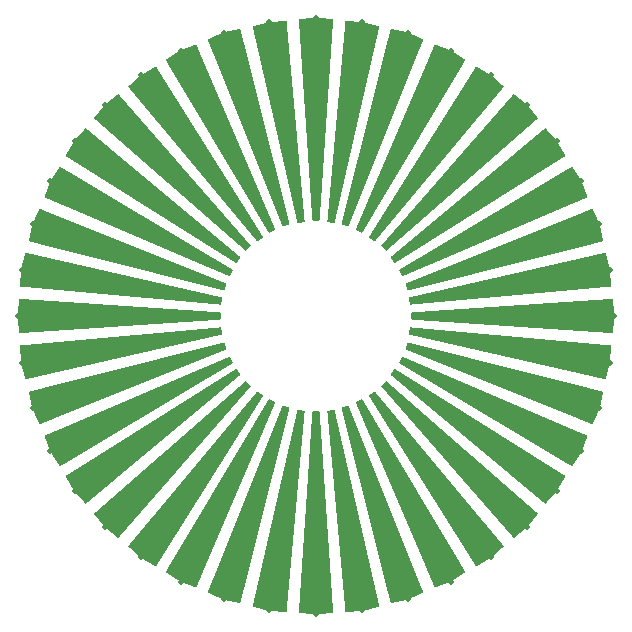
<source format=gbr>
%TF.GenerationSoftware,KiCad,Pcbnew,(5.99.0-8910-g624a231cc0)*%
%TF.CreationDate,2021-02-07T08:47:15+03:00*%
%TF.ProjectId,simpleprobecard,73696d70-6c65-4707-926f-626563617264,rev?*%
%TF.SameCoordinates,Original*%
%TF.FileFunction,Paste,Top*%
%TF.FilePolarity,Positive*%
%FSLAX46Y46*%
G04 Gerber Fmt 4.6, Leading zero omitted, Abs format (unit mm)*
G04 Created by KiCad (PCBNEW (5.99.0-8910-g624a231cc0)) date 2021-02-07 08:47:15*
%MOMM*%
%LPD*%
G01*
G04 APERTURE LIST*
G04 Aperture macros list*
%AMFreePoly0*
4,1,32,0.276244,0.043271,0.292903,0.037648,0.293699,0.036041,0.295355,0.035355,0.302084,0.019110,0.309887,0.003355,1.449887,-16.946645,1.444060,-16.963908,1.438920,-16.981387,1.437988,-16.981895,1.437648,-16.982903,1.421315,-16.990992,1.405327,-16.999715,0.005327,-17.149715,0.000001,-17.148149,-0.005326,-17.149715,-1.405327,-16.999715,-1.421315,-16.990992,-1.437648,-16.982903,-1.437988,-16.981895,
-1.438920,-16.981387,-1.444056,-16.963919,-1.449887,-16.946645,-0.309887,0.003355,-0.302084,0.019110,-0.295355,0.035355,-0.293699,0.036041,-0.292903,0.037648,-0.276244,0.043271,-0.260000,0.050000,0.260000,0.050000,0.276244,0.043271,0.276244,0.043271,$1*%
G04 Aperture macros list end*
%ADD10C,0.500000*%
%ADD11FreePoly0,0.000000*%
%ADD12FreePoly0,9.000000*%
%ADD13FreePoly0,18.000000*%
%ADD14FreePoly0,27.000000*%
%ADD15FreePoly0,36.000000*%
%ADD16FreePoly0,45.000000*%
%ADD17FreePoly0,54.000000*%
%ADD18FreePoly0,63.000000*%
%ADD19FreePoly0,72.000000*%
%ADD20FreePoly0,81.000000*%
%ADD21FreePoly0,90.000000*%
%ADD22FreePoly0,99.000000*%
%ADD23FreePoly0,108.000000*%
%ADD24FreePoly0,117.000000*%
%ADD25FreePoly0,126.000000*%
%ADD26FreePoly0,135.000000*%
%ADD27FreePoly0,144.000000*%
%ADD28FreePoly0,153.000000*%
%ADD29FreePoly0,162.000000*%
%ADD30FreePoly0,171.000000*%
%ADD31FreePoly0,180.000000*%
%ADD32FreePoly0,189.000000*%
%ADD33FreePoly0,198.000000*%
%ADD34FreePoly0,207.000000*%
%ADD35FreePoly0,216.000000*%
%ADD36FreePoly0,225.000000*%
%ADD37FreePoly0,234.000000*%
%ADD38FreePoly0,243.000000*%
%ADD39FreePoly0,252.000000*%
%ADD40FreePoly0,261.000000*%
%ADD41FreePoly0,270.000000*%
%ADD42FreePoly0,279.000000*%
%ADD43FreePoly0,288.000000*%
%ADD44FreePoly0,297.000000*%
%ADD45FreePoly0,306.000000*%
%ADD46FreePoly0,315.000000*%
%ADD47FreePoly0,324.000000*%
%ADD48FreePoly0,333.000000*%
%ADD49FreePoly0,342.000000*%
%ADD50FreePoly0,351.000000*%
G04 APERTURE END LIST*
D10*
%TO.C,J1*%
X0Y-25220000D03*
D11*
X0Y-8100000D03*
D10*
X3945277Y-24909500D03*
D12*
X1267119Y-8000276D03*
D10*
X7793409Y-23985645D03*
D13*
X2503038Y-7703558D03*
D10*
X11449640Y-22471185D03*
D14*
X3677323Y-7217153D03*
D15*
X4761061Y-6553038D03*
D10*
X14823944Y-20403409D03*
X17833233Y-17833233D03*
D16*
X5727565Y-5727565D03*
D17*
X6553038Y-4761061D03*
D10*
X20403409Y-14823944D03*
X22471185Y-11449640D03*
D18*
X7217153Y-3677323D03*
D10*
X23985645Y-7793409D03*
D19*
X7703558Y-2503038D03*
D20*
X8000276Y-1267119D03*
D10*
X24909500Y-3945277D03*
X25220000Y0D03*
D21*
X8100000Y0D03*
D10*
X24909500Y3945277D03*
D22*
X8000276Y1267119D03*
D10*
X23985645Y7793409D03*
D23*
X7703558Y2503038D03*
D24*
X7217153Y3677323D03*
D10*
X22471185Y11449640D03*
X20403409Y14823944D03*
D25*
X6553038Y4761061D03*
D10*
X17833233Y17833233D03*
D26*
X5727565Y5727565D03*
D10*
X14823944Y20403409D03*
D27*
X4761061Y6553038D03*
D28*
X3677323Y7217153D03*
D10*
X11449640Y22471185D03*
X7793409Y23985645D03*
D29*
X2503038Y7703558D03*
D10*
X3945277Y24909500D03*
D30*
X1267119Y8000276D03*
D31*
X0Y8100000D03*
D10*
X0Y25220000D03*
X-3945277Y24909500D03*
D32*
X-1267119Y8000276D03*
D33*
X-2503038Y7703558D03*
D10*
X-7793409Y23985645D03*
D34*
X-3677323Y7217153D03*
D10*
X-11449640Y22471185D03*
X-14823944Y20403409D03*
D35*
X-4761061Y6553038D03*
D10*
X-17833233Y17833233D03*
D36*
X-5727565Y5727565D03*
D10*
X-20403409Y14823944D03*
D37*
X-6553038Y4761061D03*
D38*
X-7217153Y3677323D03*
D10*
X-22471185Y11449640D03*
D39*
X-7703558Y2503038D03*
D10*
X-23985645Y7793409D03*
D40*
X-8000276Y1267119D03*
D10*
X-24909500Y3945277D03*
X-25220000Y0D03*
D41*
X-8100000Y0D03*
D42*
X-8000276Y-1267119D03*
D10*
X-24909500Y-3945277D03*
D43*
X-7703558Y-2503038D03*
D10*
X-23985645Y-7793409D03*
D44*
X-7217153Y-3677323D03*
D10*
X-22471185Y-11449640D03*
X-20403409Y-14823944D03*
D45*
X-6553038Y-4761061D03*
D10*
X-17833233Y-17833233D03*
D46*
X-5727565Y-5727565D03*
D47*
X-4761061Y-6553038D03*
D10*
X-14823944Y-20403409D03*
X-11449640Y-22471185D03*
D48*
X-3677323Y-7217153D03*
D49*
X-2503038Y-7703558D03*
D10*
X-7793409Y-23985645D03*
D50*
X-1267119Y-8000276D03*
D10*
X-3945277Y-24909500D03*
%TD*%
M02*

</source>
